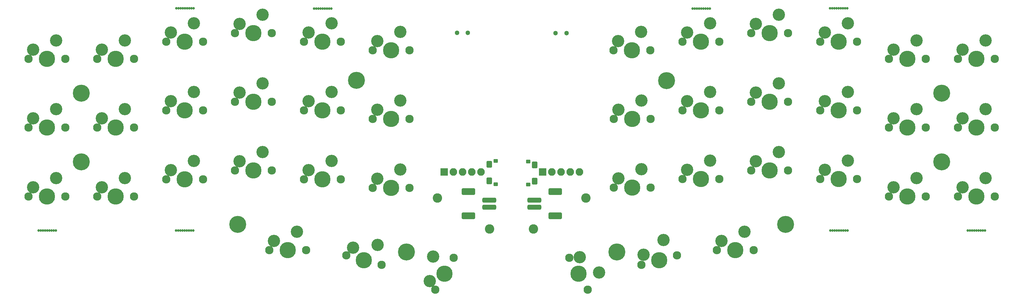
<source format=gts>
%TF.GenerationSoftware,KiCad,Pcbnew,(6.0.9-0)*%
%TF.CreationDate,2022-12-17T11:16:43-06:00*%
%TF.ProjectId,corne-ice,636f726e-652d-4696-9365-2e6b69636164,0.1*%
%TF.SameCoordinates,Original*%
%TF.FileFunction,Soldermask,Top*%
%TF.FilePolarity,Negative*%
%FSLAX46Y46*%
G04 Gerber Fmt 4.6, Leading zero omitted, Abs format (unit mm)*
G04 Created by KiCad (PCBNEW (6.0.9-0)) date 2022-12-17 11:16:43*
%MOMM*%
%LPD*%
G01*
G04 APERTURE LIST*
G04 Aperture macros list*
%AMRoundRect*
0 Rectangle with rounded corners*
0 $1 Rounding radius*
0 $2 $3 $4 $5 $6 $7 $8 $9 X,Y pos of 4 corners*
0 Add a 4 corners polygon primitive as box body*
4,1,4,$2,$3,$4,$5,$6,$7,$8,$9,$2,$3,0*
0 Add four circle primitives for the rounded corners*
1,1,$1+$1,$2,$3*
1,1,$1+$1,$4,$5*
1,1,$1+$1,$6,$7*
1,1,$1+$1,$8,$9*
0 Add four rect primitives between the rounded corners*
20,1,$1+$1,$2,$3,$4,$5,0*
20,1,$1+$1,$4,$5,$6,$7,0*
20,1,$1+$1,$6,$7,$8,$9,0*
20,1,$1+$1,$8,$9,$2,$3,0*%
G04 Aperture macros list end*
%ADD10RoundRect,0.200000X0.850000X-0.850000X0.850000X0.850000X-0.850000X0.850000X-0.850000X-0.850000X0*%
%ADD11O,2.100000X2.100000*%
%ADD12C,4.500000*%
%ADD13C,2.300000*%
%ADD14C,3.400000*%
%ADD15C,4.700000*%
%ADD16C,2.600000*%
%ADD17C,0.700000*%
%ADD18RoundRect,0.200000X0.400000X-0.300000X0.400000X0.300000X-0.400000X0.300000X-0.400000X-0.300000X0*%
%ADD19RoundRect,0.200000X0.525000X-0.725000X0.525000X0.725000X-0.525000X0.725000X-0.525000X-0.725000X0*%
%ADD20RoundRect,0.450000X1.500000X-0.250000X1.500000X0.250000X-1.500000X0.250000X-1.500000X-0.250000X0*%
%ADD21RoundRect,0.450001X1.449999X-0.499999X1.449999X0.499999X-1.449999X0.499999X-1.449999X-0.499999X0*%
%ADD22RoundRect,0.200000X-0.400000X0.300000X-0.400000X-0.300000X0.400000X-0.300000X0.400000X0.300000X0*%
%ADD23RoundRect,0.200000X-0.525000X0.725000X-0.525000X-0.725000X0.525000X-0.725000X0.525000X0.725000X0*%
%ADD24RoundRect,0.450000X-1.500000X0.250000X-1.500000X-0.250000X1.500000X-0.250000X1.500000X0.250000X0*%
%ADD25RoundRect,0.450001X-1.449999X0.499999X-1.449999X-0.499999X1.449999X-0.499999X1.449999X0.499999X0*%
%ADD26C,1.300000*%
G04 APERTURE END LIST*
D10*
X129782500Y-67030000D03*
D11*
X132322500Y-67030000D03*
X134862500Y-67030000D03*
X137402500Y-67030000D03*
X139942500Y-67030000D03*
D12*
X39107500Y-35780000D03*
D13*
X44187500Y-35780000D03*
D14*
X35297500Y-33240000D03*
D13*
X34027500Y-35780000D03*
D14*
X41647500Y-30700000D03*
D13*
X53027500Y-31030000D03*
X63187500Y-31030000D03*
D14*
X60647500Y-25950000D03*
X54297500Y-28490000D03*
D12*
X58107500Y-31030000D03*
D14*
X73297500Y-26115000D03*
X79647500Y-23575000D03*
D13*
X82187500Y-28655000D03*
D12*
X77107500Y-28655000D03*
D13*
X72027500Y-28655000D03*
D14*
X92297500Y-28490000D03*
D12*
X96107500Y-31030000D03*
D13*
X101187500Y-31030000D03*
X91027500Y-31030000D03*
D14*
X98647500Y-25950000D03*
D12*
X20107500Y-54780000D03*
D14*
X16297500Y-52240000D03*
X22647500Y-49700000D03*
D13*
X15027500Y-54780000D03*
X25187500Y-54780000D03*
X34027500Y-54780000D03*
D12*
X39107500Y-54780000D03*
D14*
X35297500Y-52240000D03*
D13*
X44187500Y-54780000D03*
D14*
X41647500Y-49700000D03*
X54297500Y-47490000D03*
X60647500Y-44950000D03*
D13*
X63187500Y-50030000D03*
D12*
X58107500Y-50030000D03*
D13*
X53027500Y-50030000D03*
D14*
X73297500Y-45115000D03*
D13*
X72027500Y-47655000D03*
D14*
X79647500Y-42575000D03*
D13*
X82187500Y-47655000D03*
D12*
X77107500Y-47655000D03*
X96107500Y-50030000D03*
D14*
X98647500Y-44950000D03*
D13*
X91027500Y-50030000D03*
D14*
X92297500Y-47490000D03*
D13*
X101187500Y-50030000D03*
X110027500Y-52405000D03*
X120187500Y-52405000D03*
D14*
X111297500Y-49865000D03*
D12*
X115107500Y-52405000D03*
D14*
X117647500Y-47325000D03*
X16297500Y-71240000D03*
D12*
X20107500Y-73780000D03*
D14*
X22647500Y-68700000D03*
D13*
X15027500Y-73780000D03*
X25187500Y-73780000D03*
D12*
X39107500Y-73780000D03*
D13*
X34027500Y-73780000D03*
D14*
X35297500Y-71240000D03*
X41647500Y-68700000D03*
D13*
X44187500Y-73780000D03*
D14*
X54297500Y-66490000D03*
D13*
X53027500Y-69030000D03*
X63187500Y-69030000D03*
D12*
X58107500Y-69030000D03*
D14*
X60647500Y-63950000D03*
D13*
X72027500Y-66655000D03*
X82187500Y-66655000D03*
D12*
X77107500Y-66655000D03*
D14*
X73297500Y-64115000D03*
X79647500Y-61575000D03*
D13*
X91027500Y-69030000D03*
D12*
X96107500Y-69030000D03*
D14*
X92297500Y-66490000D03*
X98647500Y-63950000D03*
D13*
X101187500Y-69030000D03*
X120187500Y-71405000D03*
D14*
X117647500Y-66325000D03*
X111297500Y-68865000D03*
D13*
X110027500Y-71405000D03*
D12*
X115107500Y-71405000D03*
D14*
X82797500Y-86115000D03*
D13*
X81527500Y-88655000D03*
X91687500Y-88655000D03*
D14*
X89147500Y-83575000D03*
D12*
X86607500Y-88655000D03*
D13*
X102700597Y-90090199D03*
D12*
X107607500Y-91405000D03*
D13*
X112514403Y-92719801D03*
D14*
X104584723Y-87965448D03*
X111375752Y-87155497D03*
X125752795Y-97184557D03*
D13*
X127317500Y-99554409D03*
D14*
X126728091Y-90415295D03*
D12*
X129857500Y-95155000D03*
D13*
X132397500Y-90755591D03*
X169404500Y-99549409D03*
D12*
X166864500Y-95150000D03*
D14*
X172533909Y-94809705D03*
X167159205Y-90580443D03*
D13*
X164324500Y-90750591D03*
D10*
X156932500Y-67030000D03*
D11*
X159472500Y-67030000D03*
X162012500Y-67030000D03*
X164552500Y-67030000D03*
X167092500Y-67030000D03*
D13*
X224694500Y-66650000D03*
D14*
X215804500Y-64110000D03*
D13*
X214534500Y-66650000D03*
D14*
X222154500Y-61570000D03*
D12*
X219614500Y-66650000D03*
D13*
X205694500Y-69025000D03*
X195534500Y-69025000D03*
D14*
X196804500Y-66485000D03*
D12*
X200614500Y-69025000D03*
D14*
X203154500Y-63945000D03*
X177804500Y-68860000D03*
D13*
X186694500Y-71400000D03*
D12*
X181614500Y-71400000D03*
D13*
X176534500Y-71400000D03*
D14*
X184154500Y-66320000D03*
D13*
X205034500Y-88650000D03*
D12*
X210114500Y-88650000D03*
D13*
X215194500Y-88650000D03*
D14*
X212654500Y-83570000D03*
X206304500Y-86110000D03*
X190253151Y-85835696D03*
D13*
X194021403Y-90085199D03*
X184207597Y-92714801D03*
D12*
X189114500Y-91400000D03*
D14*
X184776922Y-89932649D03*
D13*
X214534500Y-28650000D03*
D14*
X222154500Y-23570000D03*
X215804500Y-26110000D03*
D12*
X219614500Y-28650000D03*
D13*
X224694500Y-28650000D03*
X195534500Y-31025000D03*
D12*
X200614500Y-31025000D03*
D13*
X205694500Y-31025000D03*
D14*
X196804500Y-28485000D03*
X203154500Y-25945000D03*
D13*
X271534500Y-54775000D03*
X281694500Y-54775000D03*
D14*
X272804500Y-52235000D03*
D12*
X276614500Y-54775000D03*
D14*
X279154500Y-49695000D03*
D13*
X233534500Y-31025000D03*
D14*
X241154500Y-25945000D03*
D12*
X238614500Y-31025000D03*
D13*
X243694500Y-31025000D03*
D14*
X234804500Y-28485000D03*
D13*
X262694500Y-54775000D03*
D12*
X257614500Y-54775000D03*
D14*
X260154500Y-49695000D03*
D13*
X252534500Y-54775000D03*
D14*
X253804500Y-52235000D03*
X260154500Y-68695000D03*
X253804500Y-71235000D03*
D12*
X257614500Y-73775000D03*
D13*
X252534500Y-73775000D03*
X262694500Y-73775000D03*
D14*
X241154500Y-63945000D03*
D13*
X233534500Y-69025000D03*
X243694500Y-69025000D03*
D12*
X238614500Y-69025000D03*
D14*
X234804500Y-66485000D03*
D13*
X271534500Y-35775000D03*
D12*
X276614500Y-35775000D03*
D13*
X281694500Y-35775000D03*
D14*
X272804500Y-33235000D03*
X279154500Y-30695000D03*
X253804500Y-33235000D03*
D13*
X262694500Y-35775000D03*
X252534500Y-35775000D03*
D14*
X260154500Y-30695000D03*
D12*
X257614500Y-35775000D03*
X238614500Y-50025000D03*
D14*
X241154500Y-44945000D03*
D13*
X233534500Y-50025000D03*
X243694500Y-50025000D03*
D14*
X234804500Y-47485000D03*
X215804500Y-45110000D03*
D13*
X214534500Y-47650000D03*
X224694500Y-47650000D03*
D14*
X222154500Y-42570000D03*
D12*
X219614500Y-47650000D03*
D13*
X195534500Y-50025000D03*
D12*
X200614500Y-50025000D03*
D14*
X196804500Y-47485000D03*
X203154500Y-44945000D03*
D13*
X205694500Y-50025000D03*
D14*
X184154500Y-47320000D03*
D13*
X176534500Y-52400000D03*
D12*
X181614500Y-52400000D03*
D13*
X186694500Y-52400000D03*
D14*
X177804500Y-49860000D03*
X279154500Y-68695000D03*
X272804500Y-71235000D03*
D12*
X276614500Y-73775000D03*
D13*
X271534500Y-73775000D03*
X281694500Y-73775000D03*
X25187500Y-35780000D03*
D12*
X20107500Y-35780000D03*
D13*
X15027500Y-35780000D03*
D14*
X22647500Y-30700000D03*
X16297500Y-33240000D03*
D15*
X105575500Y-41765500D03*
X72764500Y-81520500D03*
X119330500Y-89135000D03*
D16*
X127869500Y-74254000D03*
X142301500Y-82775000D03*
D15*
X177389500Y-89145000D03*
X223955500Y-81530500D03*
X267099500Y-45265500D03*
X191144500Y-41775500D03*
D13*
X110027500Y-33405000D03*
D14*
X117647500Y-28325000D03*
X111297500Y-30865000D03*
D12*
X115107500Y-33405000D03*
D13*
X120187500Y-33405000D03*
X186687500Y-33405000D03*
D14*
X177797500Y-30865000D03*
D12*
X181607500Y-33405000D03*
D14*
X184147500Y-28325000D03*
D13*
X176527500Y-33405000D03*
D15*
X29607500Y-64280000D03*
X29607500Y-45280000D03*
D17*
X59424250Y-21869000D03*
X55861750Y-21869000D03*
X58236750Y-21869000D03*
X57643000Y-21869000D03*
X60611750Y-21869000D03*
X60018000Y-21869000D03*
X58830500Y-21869000D03*
X56455500Y-21869000D03*
X57049250Y-21869000D03*
X97988750Y-21873000D03*
X93832500Y-21873000D03*
X96801250Y-21873000D03*
X97395000Y-21873000D03*
X96207500Y-21873000D03*
X95020000Y-21873000D03*
X95613750Y-21873000D03*
X94426250Y-21873000D03*
X98582500Y-21873000D03*
X21350000Y-83176000D03*
X18975000Y-83176000D03*
X22537500Y-83176000D03*
X17787500Y-83176000D03*
X20756250Y-83176000D03*
X19568750Y-83176000D03*
X18381250Y-83176000D03*
X21943750Y-83176000D03*
X20162500Y-83176000D03*
X55748500Y-83178000D03*
X56342250Y-83178000D03*
X59904750Y-83178000D03*
X59311000Y-83178000D03*
X60498500Y-83178000D03*
X58123500Y-83178000D03*
X58717250Y-83178000D03*
X57529750Y-83178000D03*
X56936000Y-83178000D03*
D18*
X143932500Y-70430000D03*
X143932500Y-64030000D03*
D19*
X142207500Y-64955000D03*
X142207500Y-69505000D03*
D20*
X154671500Y-76812000D03*
X154671500Y-74812000D03*
D21*
X160421500Y-79162000D03*
X160421500Y-72462000D03*
D22*
X152982500Y-64130000D03*
X152982500Y-70530000D03*
D23*
X154707500Y-69605000D03*
X154707500Y-65055000D03*
D24*
X142210500Y-74812000D03*
X142210500Y-76812000D03*
D25*
X136460500Y-72462000D03*
X136460500Y-79162000D03*
D16*
X154418500Y-82785000D03*
D15*
X267099500Y-64265500D03*
D16*
X168850500Y-74264000D03*
D17*
X276061750Y-83183000D03*
X277843000Y-83183000D03*
X277249250Y-83183000D03*
X275468000Y-83183000D03*
X279030500Y-83183000D03*
X278436750Y-83183000D03*
X276655500Y-83183000D03*
X274874250Y-83183000D03*
X274280500Y-83183000D03*
X201331250Y-21885000D03*
X199550000Y-21885000D03*
X203112500Y-21885000D03*
X198362500Y-21885000D03*
X201925000Y-21885000D03*
X202518750Y-21885000D03*
X198956250Y-21885000D03*
X200737500Y-21885000D03*
X200143750Y-21885000D03*
X238649500Y-21870000D03*
X241024500Y-21870000D03*
X239243250Y-21870000D03*
X236274500Y-21870000D03*
X240430750Y-21870000D03*
X239837000Y-21870000D03*
X238055750Y-21870000D03*
X237462000Y-21870000D03*
X236868250Y-21870000D03*
X236366500Y-83193000D03*
X236960250Y-83193000D03*
X237554000Y-83193000D03*
X239335250Y-83193000D03*
X239929000Y-83193000D03*
X241116500Y-83193000D03*
X238147750Y-83193000D03*
X238741500Y-83193000D03*
X240522750Y-83193000D03*
D26*
X163507500Y-28660000D03*
X160507500Y-28660000D03*
X133307500Y-28630000D03*
X136307500Y-28630000D03*
M02*

</source>
